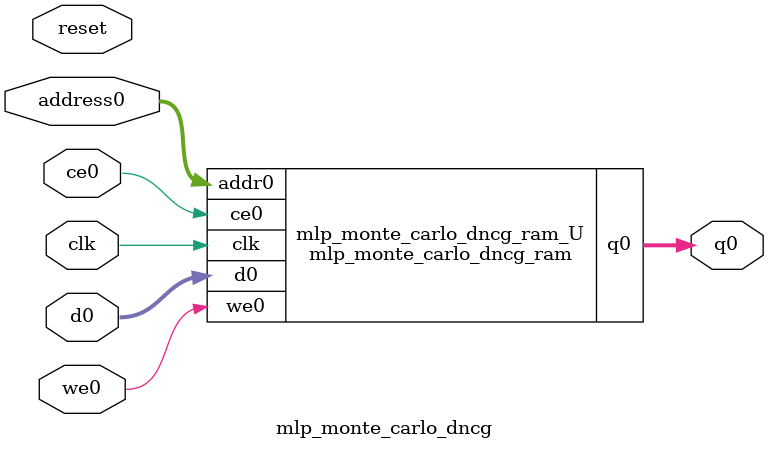
<source format=v>
`timescale 1 ns / 1 ps
module mlp_monte_carlo_dncg_ram (addr0, ce0, d0, we0, q0,  clk);

parameter DWIDTH = 16;
parameter AWIDTH = 4;
parameter MEM_SIZE = 16;

input[AWIDTH-1:0] addr0;
input ce0;
input[DWIDTH-1:0] d0;
input we0;
output reg[DWIDTH-1:0] q0;
input clk;

(* ram_style = "distributed" *)reg [DWIDTH-1:0] ram[0:MEM_SIZE-1];




always @(posedge clk)  
begin 
    if (ce0) begin
        if (we0) 
            ram[addr0] <= d0; 
        q0 <= ram[addr0];
    end
end


endmodule

`timescale 1 ns / 1 ps
module mlp_monte_carlo_dncg(
    reset,
    clk,
    address0,
    ce0,
    we0,
    d0,
    q0);

parameter DataWidth = 32'd16;
parameter AddressRange = 32'd16;
parameter AddressWidth = 32'd4;
input reset;
input clk;
input[AddressWidth - 1:0] address0;
input ce0;
input we0;
input[DataWidth - 1:0] d0;
output[DataWidth - 1:0] q0;



mlp_monte_carlo_dncg_ram mlp_monte_carlo_dncg_ram_U(
    .clk( clk ),
    .addr0( address0 ),
    .ce0( ce0 ),
    .we0( we0 ),
    .d0( d0 ),
    .q0( q0 ));

endmodule


</source>
